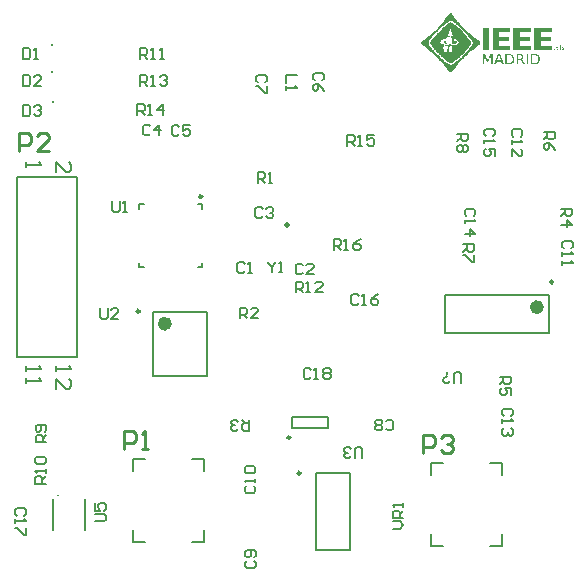
<source format=gto>
G04 Layer_Color=65535*
%FSLAX25Y25*%
%MOIN*%
G70*
G01*
G75*
%ADD28C,0.01000*%
%ADD29C,0.00800*%
%ADD30C,0.00600*%
%ADD38C,0.00984*%
%ADD39C,0.02362*%
%ADD40C,0.00787*%
%ADD41C,0.00984*%
%ADD42C,0.01968*%
%ADD43C,0.00500*%
G36*
X323348Y407967D02*
X321234D01*
Y415547D01*
X323348D01*
Y407967D01*
D02*
G37*
G36*
X330235Y414071D02*
X326555D01*
Y412522D01*
X329925D01*
Y411046D01*
X326555D01*
Y409443D01*
X330235D01*
Y407967D01*
X324459D01*
Y415547D01*
X330235D01*
Y414071D01*
D02*
G37*
G36*
X337195D02*
X333496D01*
Y412522D01*
X336885D01*
Y411046D01*
X333496D01*
Y409443D01*
X337195D01*
Y407967D01*
X331401D01*
Y415547D01*
X337195D01*
Y414071D01*
D02*
G37*
G36*
X333715Y406819D02*
X333861Y406801D01*
X334152Y406728D01*
X334298Y406674D01*
X334426Y406582D01*
X334444Y406564D01*
X334480Y406528D01*
X334517Y406473D01*
X334571Y406400D01*
X334626Y406291D01*
X334681Y406164D01*
X334699Y406018D01*
X334717Y405835D01*
Y405817D01*
Y405781D01*
Y405708D01*
X334699Y405635D01*
X334644Y405453D01*
X334553Y405271D01*
Y405253D01*
X334535Y405234D01*
X334444Y405143D01*
X334316Y405034D01*
X334116Y404961D01*
X334152Y404943D01*
X334207Y404906D01*
X334316Y404852D01*
X334407Y404742D01*
X334426Y404706D01*
X334499Y404615D01*
X334590Y404469D01*
X334699Y404269D01*
X335173Y403321D01*
X334681D01*
X334207Y404214D01*
Y404232D01*
X334171Y404269D01*
X334152Y404323D01*
X334098Y404396D01*
X334007Y404560D01*
X333934Y404615D01*
X333879Y404669D01*
X333843Y404688D01*
X333770Y404742D01*
X333624Y404797D01*
X333423Y404815D01*
X332913D01*
Y403321D01*
X332440D01*
Y406838D01*
X333606D01*
X333715Y406819D01*
D02*
G37*
G36*
X324478Y403321D02*
X324004D01*
Y406400D01*
X323093Y403977D01*
X322619D01*
X321708Y406400D01*
Y403321D01*
X321234D01*
Y406838D01*
X321945D01*
X322856Y404451D01*
X323767Y406838D01*
X324478D01*
Y403321D01*
D02*
G37*
G36*
X338562Y406819D02*
X338780Y406783D01*
X339035Y406728D01*
X339272Y406655D01*
X339509Y406546D01*
X339709Y406400D01*
X339728Y406382D01*
X339782Y406327D01*
X339855Y406218D01*
X339946Y406072D01*
X340037Y405890D01*
X340110Y405672D01*
X340165Y405398D01*
X340183Y405089D01*
Y405070D01*
Y405052D01*
Y404943D01*
X340165Y404779D01*
X340128Y404578D01*
X340074Y404360D01*
X339983Y404123D01*
X339873Y403922D01*
X339709Y403740D01*
X339691Y403722D01*
X339618Y403667D01*
X339509Y403613D01*
X339345Y403540D01*
X339145Y403449D01*
X338871Y403394D01*
X338580Y403339D01*
X338215Y403321D01*
X337231D01*
Y406838D01*
X338379D01*
X338562Y406819D01*
D02*
G37*
G36*
X336266Y403321D02*
X335810D01*
Y406838D01*
X336266D01*
Y403321D01*
D02*
G37*
G36*
X328213D02*
X327721D01*
X327393Y404214D01*
X325789D01*
X325498Y403321D01*
X324988D01*
X326336Y406838D01*
X326864D01*
X328213Y403321D01*
D02*
G37*
G36*
X346050Y409917D02*
X346068D01*
X346141Y409899D01*
X346232Y409880D01*
X346341Y409844D01*
Y409589D01*
X346323Y409607D01*
X346250Y409644D01*
X346159Y409680D01*
X346068Y409716D01*
X346050D01*
X345995Y409735D01*
X345686D01*
X345595Y409698D01*
X345485Y409662D01*
X345467Y409644D01*
X345430Y409607D01*
X345394Y409516D01*
X345376Y409425D01*
Y409407D01*
X345394Y409352D01*
X345412Y409297D01*
X345449Y409224D01*
X345467D01*
X345522Y409188D01*
X345613Y409170D01*
X345740Y409133D01*
X345904Y409097D01*
X345922D01*
X345959Y409079D01*
X346068Y409060D01*
X346196Y408988D01*
X346323Y408896D01*
X346341Y408878D01*
X346396Y408805D01*
X346433Y408696D01*
X346451Y408532D01*
Y408514D01*
Y408496D01*
X346433Y408386D01*
X346378Y408241D01*
X346269Y408113D01*
X346232Y408095D01*
X346141Y408040D01*
X345959Y407985D01*
X345722Y407967D01*
X345631D01*
X345540Y407985D01*
X345430Y408004D01*
X345412D01*
X345339Y408022D01*
X345230Y408058D01*
X345103Y408095D01*
Y408350D01*
X345139Y408332D01*
X345212Y408313D01*
X345321Y408277D01*
X345430Y408241D01*
X345449Y408222D01*
X345522Y408204D01*
X345613Y408186D01*
X345722Y408168D01*
X345759D01*
X345850Y408186D01*
X345959Y408222D01*
X346068Y408277D01*
X346086Y408295D01*
X346123Y408332D01*
X346159Y408404D01*
X346178Y408514D01*
Y408532D01*
X346159Y408605D01*
X346141Y408660D01*
X346086Y408733D01*
X346068Y408751D01*
X346032Y408769D01*
X345941Y408805D01*
X345813Y408842D01*
X345667Y408878D01*
X345649D01*
X345613Y408896D01*
X345503Y408933D01*
X345376Y408988D01*
X345248Y409060D01*
X345230Y409079D01*
X345175Y409152D01*
X345121Y409261D01*
X345103Y409407D01*
Y409425D01*
Y409443D01*
X345121Y409552D01*
X345175Y409680D01*
X345285Y409807D01*
X345321Y409826D01*
X345412Y409880D01*
X345576Y409917D01*
X345777Y409935D01*
X345959D01*
X346050Y409917D01*
D02*
G37*
G36*
X310630Y420320D02*
X310667Y420302D01*
X310776Y420266D01*
X310812Y420248D01*
X310831Y420229D01*
X310940Y420156D01*
X310958Y420138D01*
X310977Y420120D01*
X311723Y419063D01*
X312070Y418644D01*
X312215Y418444D01*
X312361Y418262D01*
X312471Y418116D01*
X312580Y418007D01*
X312634Y417934D01*
X312653Y417897D01*
X313017Y417460D01*
X313181Y417278D01*
X313345Y417096D01*
X313473Y416950D01*
X313564Y416840D01*
X313637Y416768D01*
X313655Y416749D01*
X315295Y415037D01*
X315714Y414636D01*
X316114Y414253D01*
X316497Y413907D01*
X316843Y413597D01*
X317153Y413324D01*
X317262Y413215D01*
X317372Y413124D01*
X317463Y413051D01*
X317517Y412996D01*
X317554Y412978D01*
X317572Y412959D01*
X318009Y412595D01*
X318465Y412249D01*
X318866Y411939D01*
X319248Y411666D01*
X319558Y411447D01*
X319704Y411356D01*
X319813Y411265D01*
X319904Y411210D01*
X319977Y411156D01*
X320014Y411137D01*
X320032Y411119D01*
X320068D01*
X320196Y411028D01*
X320269Y410937D01*
X320323Y410883D01*
X320342Y410846D01*
X320396Y410718D01*
X320433Y410591D01*
X320451Y410500D01*
Y410482D01*
Y410463D01*
X320433Y410318D01*
X320396Y410208D01*
X320342Y410117D01*
X320269Y410026D01*
X320196Y409972D01*
X320141Y409935D01*
X320105Y409899D01*
X320087D01*
X319850Y409771D01*
X319649Y409644D01*
X319576Y409589D01*
X319540Y409552D01*
X319503Y409534D01*
X319485Y409516D01*
X319030Y409188D01*
X318593Y408842D01*
X318192Y408532D01*
X317845Y408241D01*
X317536Y408004D01*
X317426Y407894D01*
X317317Y407803D01*
X317226Y407730D01*
X317171Y407676D01*
X317135Y407657D01*
X317117Y407639D01*
X316679Y407257D01*
X316260Y406892D01*
X315878Y406528D01*
X315550Y406218D01*
X315258Y405945D01*
X315149Y405835D01*
X315040Y405726D01*
X314967Y405653D01*
X314912Y405599D01*
X314876Y405562D01*
X314857Y405544D01*
X314457Y405143D01*
X314074Y404742D01*
X313728Y404378D01*
X313418Y404032D01*
X313163Y403740D01*
X313054Y403613D01*
X312963Y403522D01*
X312890Y403431D01*
X312835Y403376D01*
X312817Y403339D01*
X312799Y403321D01*
X312434Y402884D01*
X312106Y402447D01*
X311796Y402046D01*
X311523Y401681D01*
X311286Y401372D01*
X311195Y401244D01*
X311104Y401135D01*
X311049Y401062D01*
X310995Y400989D01*
X310977Y400953D01*
X310958Y400934D01*
X310776Y400752D01*
X310667Y400698D01*
X310557Y400679D01*
X310448D01*
X310339Y400698D01*
X310248Y400716D01*
X310175Y400752D01*
X310157D01*
X310029Y400807D01*
X309938Y400880D01*
X309901Y400953D01*
X309883Y400971D01*
X309829Y401080D01*
X309774Y401189D01*
X309737Y401262D01*
X309719Y401280D01*
X309428Y401700D01*
X309282Y401900D01*
X309155Y402082D01*
X309027Y402228D01*
X308936Y402337D01*
X308881Y402410D01*
X308863Y402428D01*
X308535Y402847D01*
X308389Y403030D01*
X308262Y403194D01*
X308152Y403339D01*
X308061Y403449D01*
X308007Y403522D01*
X307988Y403540D01*
X307806Y403722D01*
X307661Y403886D01*
X307551Y404013D01*
X307533Y404032D01*
X307515Y404050D01*
X307351Y404232D01*
X307205Y404414D01*
X307132Y404487D01*
X307077Y404524D01*
X307059Y404560D01*
X307041Y404578D01*
X306768Y404870D01*
X306513Y405143D01*
X306276Y405398D01*
X306039Y405635D01*
X305857Y405817D01*
X305711Y405963D01*
X305620Y406054D01*
X305583Y406091D01*
X305292Y406364D01*
X305019Y406637D01*
X304745Y406874D01*
X304508Y407074D01*
X304308Y407257D01*
X304162Y407402D01*
X304053Y407475D01*
X304035Y407512D01*
X304016D01*
X303433Y408004D01*
X303178Y408222D01*
X302923Y408423D01*
X302723Y408587D01*
X302577Y408714D01*
X302468Y408787D01*
X302449Y408824D01*
X302431D01*
X301830Y409279D01*
X301538Y409498D01*
X301284Y409680D01*
X301065Y409826D01*
X300901Y409935D01*
X300792Y410026D01*
X300773Y410044D01*
X300755D01*
X300682Y410135D01*
X300627Y410226D01*
X300591Y410299D01*
X300573Y410318D01*
X300536Y410445D01*
Y410555D01*
X300555Y410646D01*
Y410682D01*
X300609Y410810D01*
X300700Y410919D01*
X300773Y410992D01*
X300810Y411010D01*
X300956Y411119D01*
X301065Y411210D01*
X301138Y411265D01*
X301156Y411283D01*
X301557Y411557D01*
X301921Y411830D01*
X302267Y412103D01*
X302577Y412340D01*
X302850Y412540D01*
X303051Y412686D01*
X303124Y412759D01*
X303178Y412796D01*
X303197Y412832D01*
X303215D01*
X303579Y413142D01*
X303944Y413451D01*
X304272Y413743D01*
X304563Y413998D01*
X304800Y414217D01*
X304982Y414399D01*
X305055Y414454D01*
X305110Y414508D01*
X305128Y414527D01*
X305146Y414545D01*
X305492Y414891D01*
X305838Y415219D01*
X306148Y415547D01*
X306421Y415820D01*
X306658Y416075D01*
X306841Y416257D01*
X306895Y416330D01*
X306950Y416385D01*
X306968Y416403D01*
X306986Y416421D01*
X307314Y416786D01*
X307624Y417132D01*
X307915Y417460D01*
X308171Y417770D01*
X308371Y418025D01*
X308535Y418225D01*
X308608Y418298D01*
X308644Y418353D01*
X308681Y418371D01*
Y418389D01*
X310029Y420138D01*
X310120Y420211D01*
X310229Y420266D01*
X310302Y420284D01*
X310321Y420302D01*
X310448Y420339D01*
X310557D01*
X310630Y420320D01*
D02*
G37*
G36*
X347690Y409899D02*
X347836Y409862D01*
X347981Y409789D01*
X348000Y409771D01*
X348054Y409698D01*
X348109Y409589D01*
X348127Y409443D01*
Y409425D01*
Y409352D01*
X348091Y409261D01*
X348054Y409170D01*
X348036Y409152D01*
X348000Y409115D01*
X347927Y409079D01*
X347817Y409042D01*
X347854D01*
X347927Y409006D01*
X348018Y408951D01*
X348109Y408860D01*
X348127Y408842D01*
X348164Y408769D01*
X348200Y408660D01*
X348218Y408532D01*
Y408514D01*
Y408496D01*
X348200Y408386D01*
X348145Y408259D01*
X348036Y408131D01*
X348000Y408113D01*
X347908Y408077D01*
X347744Y408022D01*
X347544Y408004D01*
X346852D01*
Y409917D01*
X347617D01*
X347690Y409899D01*
D02*
G37*
G36*
X344155Y414071D02*
X340457D01*
Y412522D01*
X343845D01*
Y411046D01*
X340457D01*
Y409443D01*
X344155D01*
Y407967D01*
X338361D01*
Y415547D01*
X344155D01*
Y414071D01*
D02*
G37*
G36*
X330053Y406819D02*
X330272Y406783D01*
X330508Y406728D01*
X330763Y406655D01*
X331000Y406546D01*
X331201Y406400D01*
X331219Y406382D01*
X331274Y406327D01*
X331347Y406218D01*
X331438Y406072D01*
X331529Y405890D01*
X331602Y405672D01*
X331656Y405398D01*
X331674Y405089D01*
Y405070D01*
Y405052D01*
Y404943D01*
X331656Y404779D01*
X331620Y404578D01*
X331565Y404360D01*
X331474Y404123D01*
X331365Y403922D01*
X331201Y403740D01*
X331183Y403722D01*
X331110Y403667D01*
X331000Y403613D01*
X330836Y403540D01*
X330618Y403449D01*
X330363Y403394D01*
X330053Y403339D01*
X329707Y403321D01*
X328723D01*
Y406838D01*
X329871D01*
X330053Y406819D01*
D02*
G37*
%LPC*%
G36*
X333515Y406437D02*
X332913D01*
Y405198D01*
X333642D01*
X333715Y405216D01*
X333879Y405253D01*
X334043Y405344D01*
X334061Y405380D01*
X334134Y405471D01*
X334189Y405617D01*
X334207Y405835D01*
Y405854D01*
Y405890D01*
X334189Y406018D01*
X334134Y406164D01*
X334043Y406291D01*
X334007Y406309D01*
X333915Y406364D01*
X333752Y406419D01*
X333515Y406437D01*
D02*
G37*
G36*
X338270D02*
X337687D01*
Y403704D01*
X338398D01*
X338525Y403722D01*
X338671Y403740D01*
X338853Y403795D01*
X339035Y403850D01*
X339199Y403941D01*
X339345Y404050D01*
X339363Y404068D01*
X339400Y404105D01*
X339454Y404196D01*
X339527Y404305D01*
X339582Y404451D01*
X339637Y404633D01*
X339673Y404833D01*
X339691Y405089D01*
Y405125D01*
Y405198D01*
X339673Y405325D01*
X339655Y405489D01*
X339600Y405653D01*
X339545Y405835D01*
X339454Y405981D01*
X339345Y406127D01*
X339327Y406145D01*
X339272Y406182D01*
X339199Y406218D01*
X339090Y406291D01*
X338926Y406346D01*
X338744Y406382D01*
X338525Y406419D01*
X338270Y406437D01*
D02*
G37*
G36*
X326609Y406364D02*
X325953Y404615D01*
X327247D01*
X326609Y406364D01*
D02*
G37*
G36*
X310648Y417824D02*
X310448D01*
X310266Y417806D01*
X310120Y417751D01*
X309993Y417697D01*
X309901Y417642D01*
X309829Y417606D01*
X309810Y417587D01*
X309464Y417351D01*
X309300Y417223D01*
X309173Y417114D01*
X309045Y417023D01*
X308954Y416950D01*
X308899Y416913D01*
X308881Y416895D01*
X308553Y416640D01*
X308389Y416512D01*
X308262Y416403D01*
X308134Y416312D01*
X308043Y416239D01*
X307988Y416185D01*
X307970Y416166D01*
X307915Y416112D01*
X307897Y416093D01*
X307879D01*
X307843Y416057D01*
X307824Y416039D01*
X307424Y415674D01*
X307059Y415328D01*
X306695Y415000D01*
X306385Y414690D01*
X306130Y414435D01*
X305930Y414235D01*
X305857Y414162D01*
X305802Y414107D01*
X305766Y414071D01*
X305747Y414053D01*
X305383Y413670D01*
X305019Y413287D01*
X304709Y412941D01*
X304435Y412632D01*
X304217Y412358D01*
X304108Y412231D01*
X304035Y412140D01*
X303980Y412067D01*
X303925Y412012D01*
X303907Y411976D01*
X303889Y411957D01*
X303707Y411721D01*
X303561Y411520D01*
X303506Y411447D01*
X303452Y411374D01*
X303433Y411338D01*
X303415Y411320D01*
X303269Y411083D01*
X303197Y410864D01*
X303160Y410773D01*
X303142Y410700D01*
X303124Y410646D01*
Y410627D01*
Y410500D01*
Y410372D01*
X303142Y410299D01*
Y410263D01*
X303178Y410135D01*
X303233Y410026D01*
X303269Y409953D01*
X303288Y409917D01*
X303561Y409516D01*
X303853Y409133D01*
X304126Y408787D01*
X304381Y408477D01*
X304599Y408222D01*
X304764Y408022D01*
X304836Y407931D01*
X304891Y407894D01*
X304909Y407858D01*
X304927Y407840D01*
X305274Y407475D01*
X305602Y407129D01*
X305930Y406801D01*
X306203Y406510D01*
X306440Y406273D01*
X306622Y406109D01*
X306695Y406036D01*
X306750Y405981D01*
X306768Y405963D01*
X306786Y405945D01*
X307096Y405672D01*
X307405Y405416D01*
X307679Y405180D01*
X307915Y404943D01*
X308134Y404761D01*
X308280Y404615D01*
X308389Y404524D01*
X308426Y404505D01*
Y404487D01*
X308735Y404232D01*
X309045Y403995D01*
X309337Y403777D01*
X309610Y403594D01*
X309847Y403449D01*
X310029Y403339D01*
X310102Y403303D01*
X310157Y403266D01*
X310175Y403248D01*
X310193D01*
X310302Y403212D01*
X310430Y403194D01*
X310630D01*
X310703Y403212D01*
X310776D01*
X310812Y403230D01*
X310831D01*
X311049Y403321D01*
X311232Y403431D01*
X311304Y403467D01*
X311359Y403503D01*
X311377Y403522D01*
X311396D01*
X311851Y403868D01*
X312070Y404032D01*
X312252Y404178D01*
X312416Y404305D01*
X312525Y404396D01*
X312616Y404469D01*
X312634Y404487D01*
X313090Y404852D01*
X313290Y405034D01*
X313454Y405180D01*
X313600Y405307D01*
X313728Y405416D01*
X313801Y405489D01*
X313819Y405508D01*
X314238Y405908D01*
X314438Y406109D01*
X314620Y406273D01*
X314766Y406419D01*
X314876Y406528D01*
X314949Y406601D01*
X314967Y406619D01*
X315368Y407038D01*
X315550Y407238D01*
X315714Y407421D01*
X315860Y407566D01*
X315969Y407676D01*
X316042Y407749D01*
X316060Y407767D01*
X316424Y408222D01*
X316588Y408423D01*
X316752Y408605D01*
X316880Y408751D01*
X316971Y408878D01*
X317044Y408951D01*
X317062Y408969D01*
X317244Y409188D01*
X317408Y409425D01*
X317536Y409644D01*
X317645Y409844D01*
X317736Y410008D01*
X317791Y410135D01*
X317827Y410226D01*
X317845Y410263D01*
X317882Y410463D01*
X317864Y410627D01*
X317845Y410737D01*
X317827Y410755D01*
Y410773D01*
X317754Y410937D01*
X317700Y411083D01*
X317627Y411192D01*
X317609Y411210D01*
Y411229D01*
X317281Y411666D01*
X316971Y412085D01*
X316661Y412486D01*
X316370Y412832D01*
X316114Y413124D01*
X316005Y413251D01*
X315932Y413342D01*
X315860Y413433D01*
X315805Y413488D01*
X315768Y413524D01*
X315750Y413543D01*
X315368Y413962D01*
X315003Y414362D01*
X314639Y414727D01*
X314329Y415055D01*
X314056Y415328D01*
X313946Y415438D01*
X313837Y415529D01*
X313764Y415601D01*
X313709Y415674D01*
X313673Y415693D01*
X313655Y415711D01*
X313564Y415765D01*
X313254Y416039D01*
X313108Y416166D01*
X312981Y416276D01*
X312871Y416385D01*
X312780Y416458D01*
X312726Y416494D01*
X312707Y416512D01*
X312398Y416768D01*
X312252Y416895D01*
X312124Y417004D01*
X312015Y417077D01*
X311924Y417150D01*
X311869Y417187D01*
X311851Y417205D01*
X311523Y417442D01*
X311359Y417551D01*
X311195Y417624D01*
X311049Y417678D01*
X310940Y417733D01*
X310867Y417770D01*
X310849D01*
X310648Y417824D01*
D02*
G37*
%LPD*%
G36*
X310721Y417223D02*
X310940Y417168D01*
X311013Y417132D01*
X311086Y417114D01*
X311122Y417077D01*
X311140D01*
X311377Y416950D01*
X311560Y416822D01*
X311632Y416768D01*
X311687Y416731D01*
X311705Y416713D01*
X311723Y416695D01*
X312033Y416458D01*
X312161Y416349D01*
X312288Y416257D01*
X312398Y416166D01*
X312471Y416093D01*
X312525Y416057D01*
X312543Y416039D01*
X312835Y415802D01*
X312963Y415674D01*
X313090Y415565D01*
X313181Y415474D01*
X313254Y415401D01*
X313290Y415365D01*
X313309Y415346D01*
X313400Y415310D01*
X313782Y414946D01*
X314129Y414599D01*
X314457Y414271D01*
X314748Y413962D01*
X314985Y413707D01*
X315167Y413506D01*
X315240Y413433D01*
X315295Y413379D01*
X315313Y413342D01*
X315331Y413324D01*
X315677Y412941D01*
X315987Y412559D01*
X316279Y412194D01*
X316534Y411866D01*
X316734Y411575D01*
X316825Y411466D01*
X316898Y411356D01*
X316953Y411283D01*
X316989Y411229D01*
X317025Y411192D01*
Y411174D01*
X317117Y411028D01*
X317190Y410883D01*
X317226Y410791D01*
X317244Y410773D01*
Y410755D01*
X317281Y410591D01*
Y410445D01*
Y410318D01*
X317262Y410299D01*
Y410281D01*
X317153Y410044D01*
X317044Y409826D01*
X316916Y409625D01*
X316807Y409443D01*
X316698Y409297D01*
X316606Y409188D01*
X316552Y409115D01*
X316534Y409097D01*
X316206Y408696D01*
X316042Y408514D01*
X315896Y408332D01*
X315787Y408186D01*
X315677Y408077D01*
X315623Y408004D01*
X315604Y407985D01*
X315240Y407585D01*
X314876Y407220D01*
X314529Y406856D01*
X314220Y406546D01*
X313946Y406291D01*
X313837Y406182D01*
X313746Y406091D01*
X313673Y406018D01*
X313618Y405963D01*
X313582Y405927D01*
X313564Y405908D01*
X313163Y405544D01*
X312762Y405198D01*
X312398Y404888D01*
X312052Y404615D01*
X311760Y404396D01*
X311632Y404305D01*
X311523Y404232D01*
X311432Y404178D01*
X311377Y404123D01*
X311341Y404105D01*
X311323Y404086D01*
X311140Y403959D01*
X310977Y403868D01*
X310904Y403831D01*
X310849Y403813D01*
X310812Y403795D01*
X310794D01*
X310685Y403777D01*
X310576Y403758D01*
X310394Y403777D01*
X310321Y403795D01*
X310266Y403813D01*
X310229Y403831D01*
X310211D01*
X309901Y404013D01*
X309592Y404196D01*
X309318Y404378D01*
X309082Y404560D01*
X308881Y404706D01*
X308717Y404833D01*
X308626Y404906D01*
X308590Y404943D01*
X308043Y405453D01*
X307788Y405672D01*
X307551Y405890D01*
X307351Y406054D01*
X307205Y406200D01*
X307114Y406273D01*
X307077Y406309D01*
X306750Y406619D01*
X306458Y406929D01*
X306166Y407220D01*
X305893Y407493D01*
X305675Y407730D01*
X305510Y407894D01*
X305456Y407967D01*
X305401Y408022D01*
X305383Y408040D01*
X305365Y408058D01*
X305055Y408423D01*
X304782Y408769D01*
X304527Y409079D01*
X304290Y409388D01*
X304108Y409625D01*
X303980Y409826D01*
X303925Y409899D01*
X303889Y409953D01*
X303853Y409972D01*
Y409990D01*
X303798Y410081D01*
X303761Y410190D01*
X303725Y410263D01*
Y410281D01*
X303707Y410409D01*
Y410518D01*
Y410591D01*
Y410627D01*
X303780Y410883D01*
X303871Y411083D01*
X303907Y411156D01*
X303944Y411210D01*
X303980Y411247D01*
Y411265D01*
X304144Y411484D01*
X304290Y411666D01*
X304344Y411739D01*
X304381Y411794D01*
X304399Y411830D01*
X304417Y411848D01*
X304709Y412213D01*
X305019Y412577D01*
X305310Y412905D01*
X305565Y413196D01*
X305802Y413433D01*
X305966Y413616D01*
X306039Y413688D01*
X306094Y413743D01*
X306112Y413761D01*
X306130Y413779D01*
X306476Y414126D01*
X306822Y414472D01*
X307150Y414782D01*
X307442Y415055D01*
X307679Y415274D01*
X307879Y415456D01*
X307952Y415510D01*
X308007Y415565D01*
X308025Y415583D01*
X308043Y415601D01*
X308080Y415638D01*
X308098Y415656D01*
X308152Y415711D01*
X308171Y415729D01*
X308462Y415984D01*
X308608Y416093D01*
X308735Y416203D01*
X308845Y416276D01*
X308918Y416349D01*
X308972Y416385D01*
X308991Y416403D01*
X309318Y416640D01*
X309464Y416749D01*
X309592Y416859D01*
X309701Y416931D01*
X309792Y417004D01*
X309847Y417041D01*
X309865Y417059D01*
X309956Y417114D01*
X310047Y417168D01*
X310120Y417187D01*
X310138Y417205D01*
X310266Y417241D01*
X310357Y417260D01*
X310466D01*
X310721Y417223D01*
D02*
G37*
%LPC*%
G36*
X310466Y415365D02*
X310321Y414854D01*
X309646Y412686D01*
X309737Y412668D01*
X310193D01*
Y412650D01*
X310138Y411083D01*
X310120D01*
Y411101D01*
X309993Y411283D01*
Y411302D01*
X309974Y411338D01*
X309956Y411429D01*
X309920Y411538D01*
X309901Y411557D01*
Y411575D01*
X309883Y411684D01*
X309865Y411775D01*
X309883Y411903D01*
Y411976D01*
X309901Y411994D01*
X309974Y412085D01*
X310011Y412176D01*
X310047Y412249D01*
X310066Y412285D01*
X310084Y412358D01*
X310102Y412413D01*
X310084Y412486D01*
X310047Y412540D01*
X310029Y412559D01*
Y412577D01*
X309993D01*
X309938Y412559D01*
X309847Y412522D01*
X309792Y412468D01*
X309756Y412449D01*
X309665Y412395D01*
X309592Y412358D01*
X309555Y412340D01*
X309428Y412358D01*
X309300Y412322D01*
X309227Y412285D01*
X309191Y412267D01*
X309100Y412213D01*
X309045Y412176D01*
X309027Y412158D01*
X308991D01*
X308954Y412140D01*
X308936D01*
X308881Y412121D01*
X308863Y412085D01*
X308845Y412048D01*
Y412030D01*
X308863Y411939D01*
X308881Y411885D01*
X308899Y411866D01*
X309009D01*
Y411684D01*
X308899Y411757D01*
X308863Y411794D01*
X308845D01*
X308754Y411866D01*
X308717Y411903D01*
X308699D01*
X308553Y411885D01*
X308426Y411848D01*
X308353Y411830D01*
X308316Y411812D01*
X308189Y411775D01*
X308098Y411721D01*
X308025Y411684D01*
X307988Y411666D01*
X307770Y411557D01*
X307569Y411429D01*
X307497Y411393D01*
X307424Y411338D01*
X307387Y411320D01*
X307369Y411302D01*
X307278Y411210D01*
X307205Y411119D01*
X307150Y411010D01*
X307114Y410919D01*
X307096Y410828D01*
Y410755D01*
Y410700D01*
Y410682D01*
X307169Y410536D01*
X307260Y410427D01*
X307332Y410336D01*
X307369Y410318D01*
X307515Y410226D01*
X307624Y410154D01*
X307697Y410117D01*
X307733Y410099D01*
X308116Y409953D01*
X308517Y409844D01*
X308899Y409753D01*
X309246Y409698D01*
X309555Y409662D01*
X309683Y409644D01*
X309792D01*
X309865Y409625D01*
X310448D01*
X310867Y409662D01*
X311268Y409698D01*
X311614Y409753D01*
X311888Y409807D01*
X312015Y409844D01*
X312106Y409862D01*
X312179Y409880D01*
X312234Y409899D01*
X312270Y409917D01*
X312288D01*
X312489Y410008D01*
X312671Y410117D01*
X312726Y410154D01*
X312780Y410190D01*
X312817Y410208D01*
X312835D01*
X312926Y410281D01*
X313017Y410354D01*
X313072Y410445D01*
X313108Y410518D01*
X313145Y410591D01*
Y410646D01*
X313163Y410682D01*
Y410700D01*
Y410791D01*
X313126Y410883D01*
X313054Y411010D01*
X312981Y411083D01*
X312963Y411119D01*
X312944D01*
X312799Y411247D01*
X312671Y411338D01*
X312580Y411393D01*
X312543Y411411D01*
Y411429D01*
X312634Y411447D01*
X312653Y411466D01*
X312671D01*
X312780Y411502D01*
X312835D01*
Y411520D01*
X312580Y411575D01*
X312361Y411611D01*
X312270Y411629D01*
X312197Y411648D01*
X312161Y411666D01*
X312143D01*
X311888Y411739D01*
X311651Y411794D01*
X311560Y411812D01*
X311487Y411830D01*
X311450Y411848D01*
X311432D01*
X311487Y411739D01*
X311523Y411629D01*
X311541Y411557D01*
Y411538D01*
X311578Y411429D01*
X311614Y411320D01*
X311651Y411247D01*
Y411210D01*
X311742Y411229D01*
X311815Y411247D01*
X311851Y411265D01*
X311869D01*
X311942Y411283D01*
X312015Y411302D01*
X312088D01*
X312234Y411247D01*
X312343Y411192D01*
X312434Y411137D01*
X312471Y411119D01*
X312598Y411010D01*
X312689Y410901D01*
X312726Y410828D01*
Y410810D01*
Y410791D01*
Y410700D01*
X312707Y410646D01*
X312653Y410536D01*
X312598Y410463D01*
X312562Y410445D01*
X312434Y410372D01*
X312343Y410299D01*
X312270Y410245D01*
X312252Y410226D01*
X311960Y410135D01*
X311669Y410063D01*
X311396Y410008D01*
X311140Y409972D01*
X310922Y409935D01*
X310758D01*
X310648Y409917D01*
X310302D01*
X309993Y409935D01*
X309701Y409972D01*
X309446Y410008D01*
X309246Y410044D01*
X309082Y410081D01*
X308972Y410117D01*
X308936D01*
X308772Y410172D01*
X308608Y410245D01*
X308499Y410281D01*
X308462Y410299D01*
X308444D01*
X308353Y410354D01*
X308298Y410427D01*
X308207Y410555D01*
X308171Y410664D01*
Y410700D01*
Y410718D01*
X308280Y410901D01*
X308389Y411028D01*
X308480Y411101D01*
X308517Y411119D01*
X308699Y411210D01*
X308863Y411283D01*
X308936Y411302D01*
X308972Y411320D01*
X309009Y411338D01*
X309027D01*
Y411083D01*
Y411065D01*
X309009Y411046D01*
X308991Y410955D01*
X308954Y410864D01*
X308936Y410846D01*
Y410828D01*
X308899Y410664D01*
X308881Y410536D01*
Y410463D01*
Y410427D01*
Y410409D01*
X308863Y410391D01*
Y410372D01*
X308881D01*
X308899Y410354D01*
X309009Y410336D01*
X309100Y410299D01*
X309118Y410281D01*
X309136D01*
X309373Y410226D01*
X309592Y410208D01*
X309683Y410190D01*
X309756Y410172D01*
X309993D01*
X310047Y410154D01*
X310248D01*
X310357Y410135D01*
X310648D01*
X310740Y410154D01*
X310812Y410172D01*
X310831D01*
Y410208D01*
X310812Y410646D01*
X310885Y410828D01*
X310922Y411010D01*
X310958Y411101D01*
Y411156D01*
X310977Y411192D01*
Y411210D01*
X310995Y411338D01*
X311013Y411429D01*
Y411502D01*
X311031Y411557D01*
X311013Y411629D01*
Y411648D01*
X310977Y411702D01*
X310958Y411721D01*
X310940Y411739D01*
X310922D01*
X310904Y411721D01*
X310885Y411702D01*
X310867Y411666D01*
Y411648D01*
X310849Y411593D01*
X310831Y411575D01*
Y411557D01*
X310794Y411466D01*
X310776Y411447D01*
Y411429D01*
X310740Y412595D01*
X310758Y412668D01*
X311341Y412686D01*
X311177Y413160D01*
X311104Y413397D01*
X311049Y413597D01*
X310977Y413761D01*
X310940Y413889D01*
X310922Y413962D01*
X310904Y413998D01*
X310740Y414490D01*
X310667Y414727D01*
X310612Y414927D01*
X310557Y415091D01*
X310521Y415237D01*
X310503Y415310D01*
X310485Y415346D01*
X310466Y415365D01*
D02*
G37*
G36*
X310867Y409425D02*
X310740D01*
X310703Y409407D01*
X310375D01*
X310321Y409388D01*
X310302D01*
X310175Y409407D01*
X310120D01*
X310102Y409024D01*
X310084Y408860D01*
Y408714D01*
X310066Y408587D01*
Y408496D01*
Y408441D01*
Y408423D01*
X310047Y408095D01*
X310029Y407931D01*
Y407785D01*
X310011Y407639D01*
Y407548D01*
X309993Y407475D01*
Y407457D01*
X310321D01*
X310448Y407439D01*
X310831D01*
X310940Y407457D01*
X310977D01*
X310885Y409352D01*
X310867Y409425D01*
D02*
G37*
G36*
X308407Y409644D02*
X308371Y409589D01*
X308353Y409571D01*
X308335Y409534D01*
X308316Y409516D01*
X308298Y409498D01*
X308280Y409480D01*
X308262Y409461D01*
X308243Y409443D01*
X308152Y409243D01*
X308098Y409097D01*
X308061Y408988D01*
Y408969D01*
Y408951D01*
X308043Y408824D01*
Y408733D01*
Y408660D01*
Y408641D01*
X308061Y408423D01*
X308134Y408277D01*
X308189Y408204D01*
X308207Y408168D01*
X308298Y408077D01*
X308353Y408004D01*
X308389Y407949D01*
Y407931D01*
Y407858D01*
X308371Y407803D01*
X308353Y407749D01*
X308335Y407730D01*
X308298Y407657D01*
X308280Y407603D01*
X308262Y407566D01*
X308243Y407548D01*
Y407475D01*
Y407457D01*
X308280Y407439D01*
X309337D01*
X309355Y407457D01*
Y407475D01*
Y407530D01*
Y407548D01*
X309264Y407603D01*
X309246Y407621D01*
X309227D01*
X309191Y407657D01*
X309173Y407676D01*
Y407712D01*
X309209Y407767D01*
X309246Y407785D01*
X309264Y407803D01*
X309318Y407858D01*
X309355Y407931D01*
X309373Y408040D01*
X309391Y408149D01*
Y408259D01*
Y408332D01*
Y408404D01*
Y408423D01*
X309410Y408568D01*
X309464Y408714D01*
X309519Y408824D01*
X309537Y408860D01*
Y408878D01*
X309665Y409097D01*
X309756Y409261D01*
X309829Y409370D01*
X309847Y409388D01*
Y409407D01*
X309756D01*
X309665Y409425D01*
X309628D01*
X309446Y409443D01*
X309282Y409461D01*
X309136Y409480D01*
X309009Y409498D01*
X308899Y409516D01*
X308826Y409534D01*
X308772Y409552D01*
X308754D01*
X308644Y409589D01*
X308553Y409607D01*
X308499Y409625D01*
X308444D01*
X308407Y409644D01*
D02*
G37*
G36*
X347526Y408933D02*
X347107D01*
Y408222D01*
X347562D01*
X347653Y408241D01*
X347744Y408259D01*
X347836Y408313D01*
X347854Y408332D01*
X347890Y408368D01*
X347908Y408441D01*
X347927Y408550D01*
Y408568D01*
Y408587D01*
X347908Y408660D01*
X347890Y408751D01*
X347836Y408824D01*
X347817Y408842D01*
X347763Y408878D01*
X347672Y408915D01*
X347526Y408933D01*
D02*
G37*
G36*
X347489Y409716D02*
X347107D01*
Y409133D01*
X347599D01*
X347690Y409152D01*
X347781Y409188D01*
X347799Y409206D01*
X347836Y409261D01*
X347854Y409334D01*
X347872Y409425D01*
Y409443D01*
X347854Y409498D01*
X347836Y409571D01*
X347781Y409644D01*
X347763Y409662D01*
X347708Y409680D01*
X347617Y409698D01*
X347489Y409716D01*
D02*
G37*
G36*
X329780Y406437D02*
X329197D01*
Y403704D01*
X329907D01*
X330035Y403722D01*
X330180Y403740D01*
X330363Y403795D01*
X330527Y403850D01*
X330691Y403941D01*
X330836Y404050D01*
X330855Y404068D01*
X330891Y404105D01*
X330946Y404196D01*
X331018Y404305D01*
X331073Y404451D01*
X331128Y404633D01*
X331164Y404833D01*
X331183Y405089D01*
Y405125D01*
Y405198D01*
X331164Y405325D01*
X331146Y405489D01*
X331091Y405653D01*
X331037Y405835D01*
X330946Y405981D01*
X330836Y406127D01*
X330818Y406145D01*
X330782Y406182D01*
X330691Y406218D01*
X330581Y406291D01*
X330435Y406346D01*
X330253Y406382D01*
X330035Y406419D01*
X329780Y406437D01*
D02*
G37*
%LPD*%
D28*
X301140Y273690D02*
Y279688D01*
X304139D01*
X305139Y278688D01*
Y276689D01*
X304139Y275689D01*
X301140D01*
X307138Y278688D02*
X308138Y279688D01*
X310137D01*
X311137Y278688D01*
Y277688D01*
X310137Y276689D01*
X309137D01*
X310137D01*
X311137Y275689D01*
Y274689D01*
X310137Y273690D01*
X308138D01*
X307138Y274689D01*
X201746Y275012D02*
Y281011D01*
X204745D01*
X205745Y280011D01*
Y278012D01*
X204745Y277012D01*
X201746D01*
X207744Y275012D02*
X209744D01*
X208744D01*
Y281011D01*
X207744Y280011D01*
X166702Y374509D02*
Y380507D01*
X169701D01*
X170701Y379507D01*
Y377508D01*
X169701Y376508D01*
X166702D01*
X176699Y374509D02*
X172700D01*
X176699Y378507D01*
Y379507D01*
X175699Y380507D01*
X173700D01*
X172700Y379507D01*
D29*
X204724Y244094D02*
Y248031D01*
Y244094D02*
X208661D01*
X224410D02*
X228346D01*
Y248031D01*
X204724Y267717D02*
Y271654D01*
X208661D01*
X224410D02*
X228346D01*
Y267717D02*
Y271654D01*
X304055Y242772D02*
Y246709D01*
Y242772D02*
X307992D01*
X323740D02*
X327677D01*
Y246709D01*
X304055Y266394D02*
Y270331D01*
X307992D01*
X323740D02*
X327677D01*
Y266394D02*
Y270331D01*
X179102Y367376D02*
Y370709D01*
X182435Y367376D01*
X183268D01*
X184101Y368210D01*
Y369876D01*
X183268Y370709D01*
X169102D02*
Y369042D01*
Y369876D01*
X174101D01*
X173268Y370709D01*
X169102Y302709D02*
Y301043D01*
Y301876D01*
X174101D01*
X173268Y302709D01*
X169102Y298709D02*
Y297042D01*
Y297876D01*
X174101D01*
X173268Y298709D01*
X179102Y302709D02*
Y301043D01*
Y301876D01*
X184101D01*
X183268Y302709D01*
X179102Y295211D02*
Y298543D01*
X182435Y295211D01*
X183268D01*
X184101Y296044D01*
Y297710D01*
X183268Y298543D01*
D30*
X206100Y386400D02*
Y389999D01*
X207899D01*
X208499Y389399D01*
Y388199D01*
X207899Y387600D01*
X206100D01*
X207300D02*
X208499Y386400D01*
X209699D02*
X210898D01*
X210299D01*
Y389999D01*
X209699Y389399D01*
X214497Y386400D02*
Y389999D01*
X212698Y388199D01*
X215097D01*
X207029Y396157D02*
Y399756D01*
X208829D01*
X209428Y399156D01*
Y397956D01*
X208829Y397356D01*
X207029D01*
X208229D02*
X209428Y396157D01*
X210628D02*
X211828D01*
X211228D01*
Y399756D01*
X210628Y399156D01*
X213627D02*
X214227Y399756D01*
X215426D01*
X216026Y399156D01*
Y398556D01*
X215426Y397956D01*
X214827D01*
X215426D01*
X216026Y397356D01*
Y396757D01*
X215426Y396157D01*
X214227D01*
X213627Y396757D01*
X168029Y389756D02*
Y386157D01*
X169829D01*
X170428Y386756D01*
Y389156D01*
X169829Y389756D01*
X168029D01*
X171628Y389156D02*
X172228Y389756D01*
X173427D01*
X174027Y389156D01*
Y388556D01*
X173427Y387956D01*
X172828D01*
X173427D01*
X174027Y387356D01*
Y386756D01*
X173427Y386157D01*
X172228D01*
X171628Y386756D01*
X168029Y399756D02*
Y396157D01*
X169829D01*
X170428Y396757D01*
Y399156D01*
X169829Y399756D01*
X168029D01*
X174027Y396157D02*
X171628D01*
X174027Y398556D01*
Y399156D01*
X173427Y399756D01*
X172228D01*
X171628Y399156D01*
X191853Y250957D02*
X194852D01*
X195452Y251556D01*
Y252756D01*
X194852Y253356D01*
X191853D01*
Y256955D02*
Y254556D01*
X193652D01*
X193053Y255755D01*
Y256355D01*
X193652Y256955D01*
X194852D01*
X195452Y256355D01*
Y255155D01*
X194852Y254556D01*
X175529Y263557D02*
X171930D01*
Y265356D01*
X172530Y265956D01*
X173730D01*
X174329Y265356D01*
Y263557D01*
Y264756D02*
X175529Y265956D01*
Y267156D02*
Y268355D01*
Y267755D01*
X171930D01*
X172530Y267156D01*
Y270155D02*
X171930Y270754D01*
Y271954D01*
X172530Y272554D01*
X174929D01*
X175529Y271954D01*
Y270754D01*
X174929Y270155D01*
X172530D01*
X175729Y277257D02*
X172130D01*
Y279056D01*
X172730Y279656D01*
X173930D01*
X174530Y279056D01*
Y277257D01*
Y278456D02*
X175729Y279656D01*
X175129Y280855D02*
X175729Y281455D01*
Y282655D01*
X175129Y283255D01*
X172730D01*
X172130Y282655D01*
Y281455D01*
X172730Y280855D01*
X173330D01*
X173930Y281455D01*
Y283255D01*
X168236Y252901D02*
X168836Y253501D01*
Y254700D01*
X168236Y255300D01*
X165837D01*
X165237Y254700D01*
Y253501D01*
X165837Y252901D01*
X165237Y251701D02*
Y250501D01*
Y251101D01*
X168836D01*
X168236Y251701D01*
X168836Y248702D02*
Y246303D01*
X168236D01*
X165837Y248702D01*
X165237D01*
X247799Y355016D02*
X247199Y355615D01*
X246000D01*
X245400Y355016D01*
Y352616D01*
X246000Y352016D01*
X247199D01*
X247799Y352616D01*
X248999Y355016D02*
X249599Y355615D01*
X250798D01*
X251398Y355016D01*
Y354416D01*
X250798Y353816D01*
X250199D01*
X250798D01*
X251398Y353216D01*
Y352616D01*
X250798Y352016D01*
X249599D01*
X248999Y352616D01*
X210432Y382613D02*
X209832Y383213D01*
X208632D01*
X208032Y382613D01*
Y380214D01*
X208632Y379614D01*
X209832D01*
X210432Y380214D01*
X213431Y379614D02*
Y383213D01*
X211631Y381414D01*
X214031D01*
X220032Y382413D02*
X219432Y383013D01*
X218232D01*
X217633Y382413D01*
Y380014D01*
X218232Y379414D01*
X219432D01*
X220032Y380014D01*
X223630Y383013D02*
X221231D01*
Y381214D01*
X222431Y381813D01*
X223031D01*
X223630Y381214D01*
Y380014D01*
X223031Y379414D01*
X221831D01*
X221231Y380014D01*
X288967Y281921D02*
X289567Y281321D01*
X290766D01*
X291366Y281921D01*
Y284320D01*
X290766Y284920D01*
X289567D01*
X288967Y284320D01*
X287767Y281921D02*
X287168Y281321D01*
X285968D01*
X285368Y281921D01*
Y282521D01*
X285968Y283120D01*
X285368Y283720D01*
Y284320D01*
X285968Y284920D01*
X287168D01*
X287767Y284320D01*
Y283720D01*
X287168Y283120D01*
X287767Y282521D01*
Y281921D01*
X287168Y283120D02*
X285968D01*
X242630Y237756D02*
X242030Y237156D01*
Y235957D01*
X242630Y235357D01*
X245029D01*
X245629Y235957D01*
Y237156D01*
X245029Y237756D01*
Y238955D02*
X245629Y239555D01*
Y240755D01*
X245029Y241355D01*
X242630D01*
X242030Y240755D01*
Y239555D01*
X242630Y238955D01*
X243230D01*
X243830Y239555D01*
Y241355D01*
X242430Y262756D02*
X241830Y262156D01*
Y260957D01*
X242430Y260357D01*
X244829D01*
X245429Y260957D01*
Y262156D01*
X244829Y262756D01*
X245429Y263955D02*
Y265155D01*
Y264555D01*
X241830D01*
X242430Y263955D01*
Y266955D02*
X241830Y267554D01*
Y268754D01*
X242430Y269354D01*
X244829D01*
X245429Y268754D01*
Y267554D01*
X244829Y266955D01*
X242430D01*
X350528Y341957D02*
X351128Y342557D01*
Y343757D01*
X350528Y344357D01*
X348129D01*
X347529Y343757D01*
Y342557D01*
X348129Y341957D01*
X347529Y340758D02*
Y339558D01*
Y340158D01*
X351128D01*
X350528Y340758D01*
X347529Y337759D02*
Y336559D01*
Y337159D01*
X351128D01*
X350528Y337759D01*
X333799Y379201D02*
X334399Y379801D01*
Y381000D01*
X333799Y381600D01*
X331400D01*
X330800Y381000D01*
Y379801D01*
X331400Y379201D01*
X330800Y378001D02*
Y376801D01*
Y377401D01*
X334399D01*
X333799Y378001D01*
X330800Y372603D02*
Y375002D01*
X333199Y372603D01*
X333799D01*
X334399Y373203D01*
Y374402D01*
X333799Y375002D01*
X330712Y286144D02*
X331312Y286744D01*
Y287944D01*
X330712Y288543D01*
X328313D01*
X327713Y287944D01*
Y286744D01*
X328313Y286144D01*
X327713Y284945D02*
Y283745D01*
Y284345D01*
X331312D01*
X330712Y284945D01*
Y281945D02*
X331312Y281346D01*
Y280146D01*
X330712Y279546D01*
X330113D01*
X329513Y280146D01*
Y280746D01*
Y280146D01*
X328913Y279546D01*
X328313D01*
X327713Y280146D01*
Y281346D01*
X328313Y281945D01*
X318128Y352758D02*
X318728Y353357D01*
Y354557D01*
X318128Y355157D01*
X315729D01*
X315129Y354557D01*
Y353357D01*
X315729Y352758D01*
X315129Y351558D02*
Y350358D01*
Y350958D01*
X318728D01*
X318128Y351558D01*
X315129Y346759D02*
X318728D01*
X316929Y348559D01*
Y346160D01*
X324628Y379415D02*
X325228Y380015D01*
Y381214D01*
X324628Y381814D01*
X322229D01*
X321629Y381214D01*
Y380015D01*
X322229Y379415D01*
X321629Y378215D02*
Y377016D01*
Y377615D01*
X325228D01*
X324628Y378215D01*
X325228Y372817D02*
Y375216D01*
X323429D01*
X324028Y374017D01*
Y373417D01*
X323429Y372817D01*
X322229D01*
X321629Y373417D01*
Y374617D01*
X322229Y375216D01*
X279828Y326156D02*
X279229Y326755D01*
X278029D01*
X277429Y326156D01*
Y323757D01*
X278029Y323157D01*
X279229D01*
X279828Y323757D01*
X281028Y323157D02*
X282228D01*
X281628D01*
Y326755D01*
X281028Y326156D01*
X286426Y326755D02*
X285227Y326156D01*
X284027Y324956D01*
Y323757D01*
X284627Y323157D01*
X285826D01*
X286426Y323757D01*
Y324356D01*
X285826Y324956D01*
X284027D01*
X263842Y301499D02*
X263242Y302099D01*
X262042D01*
X261442Y301499D01*
Y299100D01*
X262042Y298500D01*
X263242D01*
X263842Y299100D01*
X265041Y298500D02*
X266241D01*
X265641D01*
Y302099D01*
X265041Y301499D01*
X268040D02*
X268640Y302099D01*
X269840D01*
X270440Y301499D01*
Y300899D01*
X269840Y300300D01*
X270440Y299700D01*
Y299100D01*
X269840Y298500D01*
X268640D01*
X268040Y299100D01*
Y299700D01*
X268640Y300300D01*
X268040Y300899D01*
Y301499D01*
X268640Y300300D02*
X269840D01*
X168029Y408755D02*
Y405157D01*
X169829D01*
X170428Y405757D01*
Y408156D01*
X169829Y408755D01*
X168029D01*
X171628Y405157D02*
X172828D01*
X172228D01*
Y408755D01*
X171628Y408156D01*
X259254Y399600D02*
X255655D01*
Y397201D01*
Y396001D02*
Y394801D01*
Y395401D01*
X259254D01*
X258654Y396001D01*
X246200Y363800D02*
Y367399D01*
X247999D01*
X248599Y366799D01*
Y365599D01*
X247999Y365000D01*
X246200D01*
X247400D02*
X248599Y363800D01*
X249799D02*
X250998D01*
X250399D01*
Y367399D01*
X249799Y366799D01*
X240287Y318600D02*
Y322199D01*
X242086D01*
X242686Y321599D01*
Y320399D01*
X242086Y319800D01*
X240287D01*
X241486D02*
X242686Y318600D01*
X246285D02*
X243886D01*
X246285Y320999D01*
Y321599D01*
X245685Y322199D01*
X244485D01*
X243886Y321599D01*
X243266Y284820D02*
Y281221D01*
X241467D01*
X240867Y281821D01*
Y283020D01*
X241467Y283620D01*
X243266D01*
X242067D02*
X240867Y284820D01*
X239667Y281821D02*
X239068Y281221D01*
X237868D01*
X237268Y281821D01*
Y282420D01*
X237868Y283020D01*
X238468D01*
X237868D01*
X237268Y283620D01*
Y284220D01*
X237868Y284820D01*
X239068D01*
X239667Y284220D01*
X347329Y355157D02*
X350928D01*
Y353357D01*
X350328Y352758D01*
X349129D01*
X348529Y353357D01*
Y355157D01*
Y353957D02*
X347329Y352758D01*
Y349758D02*
X350928D01*
X349129Y351558D01*
Y349159D01*
X341529Y380714D02*
X345128D01*
Y378915D01*
X344528Y378315D01*
X343329D01*
X342729Y378915D01*
Y380714D01*
Y379515D02*
X341529Y378315D01*
X345128Y374716D02*
X344528Y375916D01*
X343329Y377115D01*
X342129D01*
X341529Y376516D01*
Y375316D01*
X342129Y374716D01*
X342729D01*
X343329Y375316D01*
Y377115D01*
X314729Y343257D02*
X318328D01*
Y341457D01*
X317728Y340858D01*
X316529D01*
X315929Y341457D01*
Y343257D01*
Y342057D02*
X314729Y340858D01*
X318328Y339658D02*
Y337259D01*
X317728D01*
X315329Y339658D01*
X314729D01*
X312700Y380058D02*
X316299D01*
Y378258D01*
X315699Y377658D01*
X314499D01*
X313900Y378258D01*
Y380058D01*
Y378858D02*
X312700Y377658D01*
X315699Y376459D02*
X316299Y375859D01*
Y374659D01*
X315699Y374059D01*
X315099D01*
X314499Y374659D01*
X313900Y374059D01*
X313300D01*
X312700Y374659D01*
Y375859D01*
X313300Y376459D01*
X313900D01*
X314499Y375859D01*
X315099Y376459D01*
X315699D01*
X314499Y375859D02*
Y374659D01*
X258810Y327300D02*
Y330899D01*
X260609D01*
X261209Y330299D01*
Y329099D01*
X260609Y328500D01*
X258810D01*
X260009D02*
X261209Y327300D01*
X262408D02*
X263608D01*
X263008D01*
Y330899D01*
X262408Y330299D01*
X267807Y327300D02*
X265407D01*
X267807Y329699D01*
Y330299D01*
X267207Y330899D01*
X266007D01*
X265407Y330299D01*
X197747Y357852D02*
Y354853D01*
X198347Y354253D01*
X199547D01*
X200146Y354853D01*
Y357852D01*
X201346Y354253D02*
X202546D01*
X201946D01*
Y357852D01*
X201346Y357252D01*
X193729Y321955D02*
Y318956D01*
X194329Y318357D01*
X195529D01*
X196128Y318956D01*
Y321955D01*
X199727Y318357D02*
X197328D01*
X199727Y320756D01*
Y321356D01*
X199127Y321955D01*
X197928D01*
X197328Y321356D01*
X280966Y272021D02*
Y275020D01*
X280366Y275620D01*
X279167D01*
X278567Y275020D01*
Y272021D01*
X277367Y272621D02*
X276767Y272021D01*
X275568D01*
X274968Y272621D01*
Y273220D01*
X275568Y273820D01*
X276168D01*
X275568D01*
X274968Y274420D01*
Y275020D01*
X275568Y275620D01*
X276767D01*
X277367Y275020D01*
X313929Y297158D02*
Y300157D01*
X313329Y300757D01*
X312130D01*
X311530Y300157D01*
Y297158D01*
X310330Y297758D02*
X309731Y297158D01*
X308531D01*
X307931Y297758D01*
Y298358D01*
X309131Y299557D01*
Y300157D02*
Y300757D01*
X249629Y337556D02*
Y336956D01*
X250829Y335756D01*
X252028Y336956D01*
Y337556D01*
X250829Y335756D02*
Y333957D01*
X253228D02*
X254428D01*
X253828D01*
Y337556D01*
X253228Y336956D01*
X241828Y336756D02*
X241229Y337355D01*
X240029D01*
X239429Y336756D01*
Y334356D01*
X240029Y333757D01*
X241229D01*
X241828Y334356D01*
X243028Y333757D02*
X244228D01*
X243628D01*
Y337355D01*
X243028Y336756D01*
X261228Y336256D02*
X260629Y336856D01*
X259429D01*
X258829Y336256D01*
Y333857D01*
X259429Y333257D01*
X260629D01*
X261228Y333857D01*
X264827Y333257D02*
X262428D01*
X264827Y335656D01*
Y336256D01*
X264227Y336856D01*
X263028D01*
X262428Y336256D01*
X248531Y397259D02*
X249131Y397859D01*
Y399059D01*
X248531Y399658D01*
X246132D01*
X245532Y399059D01*
Y397859D01*
X246132Y397259D01*
X249131Y396059D02*
Y393660D01*
X248531D01*
X246132Y396059D01*
X245532D01*
X267562Y397958D02*
X268162Y398558D01*
Y399758D01*
X267562Y400357D01*
X265163D01*
X264563Y399758D01*
Y398558D01*
X265163Y397958D01*
X268162Y394359D02*
X267562Y395559D01*
X266363Y396759D01*
X265163D01*
X264563Y396159D01*
Y394959D01*
X265163Y394359D01*
X265763D01*
X266363Y394959D01*
Y396759D01*
X291130Y248557D02*
X293530D01*
X294729Y249756D01*
X293530Y250956D01*
X291130D01*
X294729Y252155D02*
X291130D01*
Y253955D01*
X291730Y254555D01*
X292930D01*
X293530Y253955D01*
Y252155D01*
Y253355D02*
X294729Y254555D01*
Y255754D02*
Y256954D01*
Y256354D01*
X291130D01*
X291730Y255754D01*
X207029Y405157D02*
Y408755D01*
X208829D01*
X209428Y408156D01*
Y406956D01*
X208829Y406356D01*
X207029D01*
X208229D02*
X209428Y405157D01*
X210628D02*
X211828D01*
X211228D01*
Y408755D01*
X210628Y408156D01*
X213627Y405157D02*
X214827D01*
X214227D01*
Y408755D01*
X213627Y408156D01*
X326900Y299100D02*
X330499D01*
Y297301D01*
X329899Y296701D01*
X328699D01*
X328099Y297301D01*
Y299100D01*
Y297901D02*
X326900Y296701D01*
X330499Y293102D02*
Y295501D01*
X328699D01*
X329299Y294302D01*
Y293702D01*
X328699Y293102D01*
X327500D01*
X326900Y293702D01*
Y294901D01*
X327500Y295501D01*
X276100Y376200D02*
Y379799D01*
X277899D01*
X278499Y379199D01*
Y377999D01*
X277899Y377400D01*
X276100D01*
X277300D02*
X278499Y376200D01*
X279699D02*
X280898D01*
X280299D01*
Y379799D01*
X279699Y379199D01*
X285097Y379799D02*
X282698D01*
Y377999D01*
X283897Y378599D01*
X284497D01*
X285097Y377999D01*
Y376800D01*
X284497Y376200D01*
X283298D01*
X282698Y376800D01*
X271500Y341500D02*
Y345099D01*
X273299D01*
X273899Y344499D01*
Y343299D01*
X273299Y342700D01*
X271500D01*
X272700D02*
X273899Y341500D01*
X275099D02*
X276298D01*
X275699D01*
Y345099D01*
X275099Y344499D01*
X280497Y345099D02*
X279297Y344499D01*
X278098Y343299D01*
Y342100D01*
X278698Y341500D01*
X279897D01*
X280497Y342100D01*
Y342700D01*
X279897Y343299D01*
X278098D01*
D38*
X227633Y359291D02*
G03*
X227633Y359291I-492J0D01*
G01*
X206845Y321003D02*
G03*
X206845Y321003I-492J0D01*
G01*
X260502Y267052D02*
G03*
X260502Y267052I-492J0D01*
G01*
X257072Y278900D02*
G03*
X257072Y278900I-492J0D01*
G01*
X344668Y330757D02*
G03*
X344668Y330757I-492J0D01*
G01*
D39*
X216392Y316850D02*
G03*
X216392Y316850I-1181J0D01*
G01*
X340396Y322391D02*
G03*
X340396Y322391I-1181J0D01*
G01*
D40*
X179550Y259637D02*
G03*
X179550Y259637I-197J0D01*
G01*
X166102Y365709D02*
X186102D01*
Y305709D02*
Y365709D01*
X166102Y305709D02*
X186102D01*
X166102D02*
Y365709D01*
X226157Y356732D02*
X227731D01*
Y355157D02*
Y356732D01*
Y335669D02*
Y337243D01*
X226157Y335669D02*
X227731D01*
X206668D02*
X208243D01*
X206668D02*
Y337243D01*
Y356732D02*
X208243D01*
X206668Y355157D02*
Y356732D01*
X211274Y299527D02*
X229384D01*
X211274Y320787D02*
X229384D01*
Y299527D02*
Y320787D01*
X211274Y299527D02*
Y320787D01*
X265620Y241461D02*
Y267052D01*
X277038Y241461D02*
Y267052D01*
X265620D02*
X277038D01*
X265620Y241461D02*
X277038D01*
X257761Y282148D02*
Y285691D01*
X269572Y282148D02*
Y285691D01*
X257761Y282148D02*
X269572D01*
X257761Y285691D02*
X269572D01*
X308506Y313729D02*
Y326328D01*
X343152Y313729D02*
Y326328D01*
X308506Y313729D02*
X343152D01*
X308506Y326328D02*
X343152D01*
D41*
X177525Y409657D02*
D03*
Y400657D02*
D03*
X178029Y390657D02*
D03*
D42*
X255996Y349617D02*
D03*
D43*
X188743Y248220D02*
Y258456D01*
X177838Y248220D02*
Y258456D01*
M02*

</source>
